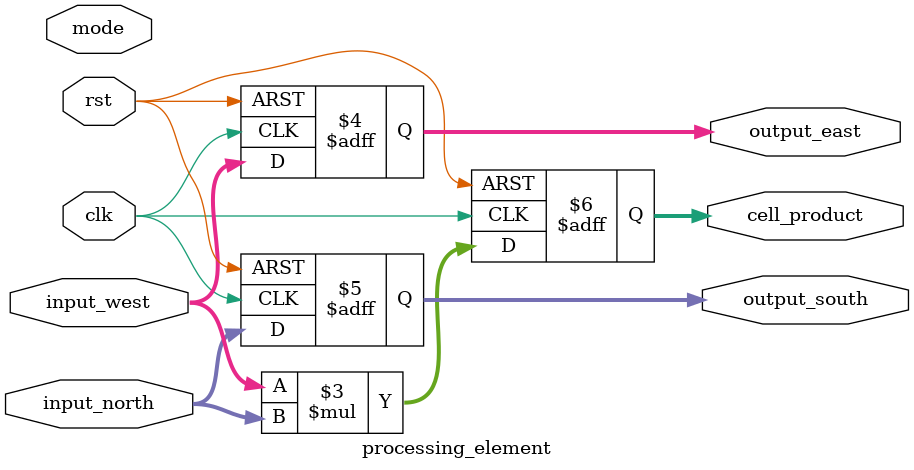
<source format=v>
`timescale 1ns / 1ps


module processing_element#(
    parameter DATA_WIDTH=8
    )
    (
    input clk,
    input rst,
    input[2:0] mode,            // state machine states
    input[DATA_WIDTH - 1 : 0] input_west,
    input[DATA_WIDTH - 1 : 0] input_north,
    output reg [DATA_WIDTH - 1 : 0] output_east,
    output reg [DATA_WIDTH - 1 : 0] output_south,
    output reg [2 * DATA_WIDTH - 1 : 0] cell_product
    );
    
    // In MEISSA, the units are simple Multipliers and not MACs. There is not any addition, but only multiplication
    // All inputs can arrive aimultaneously
    // The operations would be forwarded to the adder tree, which would compute the final matrix product
    
    /*
    State Machine States for MEISSA multiplier
    1) 3'b000 -> Initial
    2) 3'b001 -> Load
    3) 3'b010 -> Process and Load
    4) 3'b011 -> Out and Process
    5) 3'b100 -> Out
    */
    
    always@(posedge clk or negedge rst)
        begin
            if(rst == 1'b0)
                begin
                    output_east <= 0;
                    output_south <= 0;
                    cell_product <= 0;
                end
            
            else
                begin
                    // pass inputs to outputs
                    output_east <= input_west;
                    output_south <= input_north;
                    // multiply the inputs to generate product of cell
                    cell_product <= input_west * input_north;
                end
        end
    
endmodule

</source>
